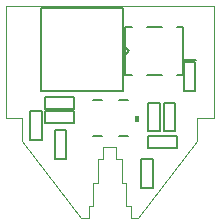
<source format=gbr>
%FSLAX23Y23*%
%MOIN*%
G04 EasyPC Gerber Version 16.0.6 Build 3249 *
%ADD10C,0.00100*%
%ADD88C,0.00394*%
%ADD12C,0.00500*%
%ADD11C,0.00600*%
X0Y0D02*
D02*
D10*
X442Y495D02*
Y480D01*
X432*
Y495*
X442*
G36*
Y480*
X432*
Y495*
X442*
G37*
D02*
D11*
X292Y429D02*
X322D01*
Y547D02*
X292D01*
X380Y429D02*
X410D01*
X399Y724D02*
X411Y712D01*
X399Y700*
X410Y547D02*
X380D01*
X421Y793D02*
X399D01*
Y632*
X421*
X472D02*
X521D01*
Y793D02*
X472D01*
X572Y632D02*
X594D01*
Y793*
X572*
D02*
D12*
X84Y512D02*
X122D01*
Y416*
X84*
Y512*
X119Y578D02*
X394D01*
Y854*
X119*
Y578*
X133Y473D02*
Y511D01*
X229*
Y473*
X133*
X204Y353D02*
X166D01*
Y449*
X204*
Y353*
X229Y558D02*
Y520D01*
X133*
Y558*
X229*
X454Y351D02*
X492D01*
Y255*
X454*
Y351*
X476Y390D02*
Y428D01*
X572*
Y390*
X476*
X477Y540D02*
X515D01*
Y444*
X477*
Y540*
X529D02*
X567D01*
Y444*
X529*
Y540*
X593Y683D02*
X636D01*
X596Y674D02*
X634D01*
Y578*
X596*
Y674*
D02*
D88*
X695Y785D02*
Y863D01*
X2*
Y489*
X57*
Y411*
X254Y155*
X278*
Y194*
X293*
Y273*
X309*
Y352*
X327*
Y391*
X370*
Y352*
X388*
Y273*
X404*
Y194*
X419*
Y155*
X443*
X640Y411*
Y489*
X695*
Y785*
X1000Y464D02*
X0Y0*
M02*

</source>
